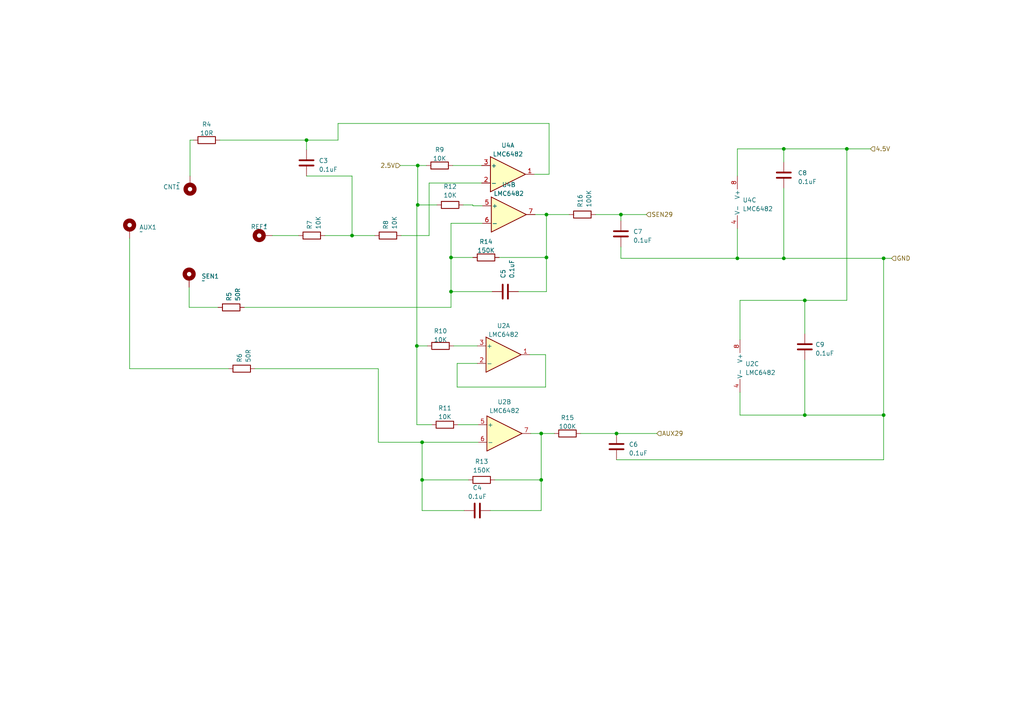
<source format=kicad_sch>
(kicad_sch (version 20230121) (generator eeschema)

  (uuid 19258043-39a1-4d5e-b17a-cc10a1cdbe52)

  (paper "A4")

  (lib_symbols
    (symbol "Amplifier_Operational:LMC6482" (pin_names (offset 0.127)) (in_bom yes) (on_board yes)
      (property "Reference" "U" (at 0 5.08 0)
        (effects (font (size 1.27 1.27)) (justify left))
      )
      (property "Value" "LMC6482" (at 0 -5.08 0)
        (effects (font (size 1.27 1.27)) (justify left))
      )
      (property "Footprint" "" (at 0 0 0)
        (effects (font (size 1.27 1.27)) hide)
      )
      (property "Datasheet" "http://www.ti.com/lit/ds/symlink/lmc6482.pdf" (at 0 0 0)
        (effects (font (size 1.27 1.27)) hide)
      )
      (property "ki_locked" "" (at 0 0 0)
        (effects (font (size 1.27 1.27)))
      )
      (property "ki_keywords" "dual opamp" (at 0 0 0)
        (effects (font (size 1.27 1.27)) hide)
      )
      (property "ki_description" "Dual CMOS Rail-to-Rail Input and Output Operational Amplifier, DIP-8/SOIC-8, SSOP-8" (at 0 0 0)
        (effects (font (size 1.27 1.27)) hide)
      )
      (property "ki_fp_filters" "SOIC*3.9x4.9mm*P1.27mm* DIP*W7.62mm* TO*99* OnSemi*Micro8* TSSOP*3x3mm*P0.65mm* TSSOP*4.4x3mm*P0.65mm* MSOP*3x3mm*P0.65mm* SSOP*3.9x4.9mm*P0.635mm* LFCSP*2x2mm*P0.5mm* *SIP* SOIC*5.3x6.2mm*P1.27mm*" (at 0 0 0)
        (effects (font (size 1.27 1.27)) hide)
      )
      (symbol "LMC6482_1_1"
        (polyline
          (pts
            (xy -5.08 5.08)
            (xy 5.08 0)
            (xy -5.08 -5.08)
            (xy -5.08 5.08)
          )
          (stroke (width 0.254) (type default))
          (fill (type background))
        )
        (pin output line (at 7.62 0 180) (length 2.54)
          (name "~" (effects (font (size 1.27 1.27))))
          (number "1" (effects (font (size 1.27 1.27))))
        )
        (pin input line (at -7.62 -2.54 0) (length 2.54)
          (name "-" (effects (font (size 1.27 1.27))))
          (number "2" (effects (font (size 1.27 1.27))))
        )
        (pin input line (at -7.62 2.54 0) (length 2.54)
          (name "+" (effects (font (size 1.27 1.27))))
          (number "3" (effects (font (size 1.27 1.27))))
        )
      )
      (symbol "LMC6482_2_1"
        (polyline
          (pts
            (xy -5.08 5.08)
            (xy 5.08 0)
            (xy -5.08 -5.08)
            (xy -5.08 5.08)
          )
          (stroke (width 0.254) (type default))
          (fill (type background))
        )
        (pin input line (at -7.62 2.54 0) (length 2.54)
          (name "+" (effects (font (size 1.27 1.27))))
          (number "5" (effects (font (size 1.27 1.27))))
        )
        (pin input line (at -7.62 -2.54 0) (length 2.54)
          (name "-" (effects (font (size 1.27 1.27))))
          (number "6" (effects (font (size 1.27 1.27))))
        )
        (pin output line (at 7.62 0 180) (length 2.54)
          (name "~" (effects (font (size 1.27 1.27))))
          (number "7" (effects (font (size 1.27 1.27))))
        )
      )
      (symbol "LMC6482_3_1"
        (pin power_in line (at -2.54 -7.62 90) (length 3.81)
          (name "V-" (effects (font (size 1.27 1.27))))
          (number "4" (effects (font (size 1.27 1.27))))
        )
        (pin power_in line (at -2.54 7.62 270) (length 3.81)
          (name "V+" (effects (font (size 1.27 1.27))))
          (number "8" (effects (font (size 1.27 1.27))))
        )
      )
    )
    (symbol "Device:C" (pin_numbers hide) (pin_names (offset 0.254)) (in_bom yes) (on_board yes)
      (property "Reference" "C" (at 0.635 2.54 0)
        (effects (font (size 1.27 1.27)) (justify left))
      )
      (property "Value" "C" (at 0.635 -2.54 0)
        (effects (font (size 1.27 1.27)) (justify left))
      )
      (property "Footprint" "" (at 0.9652 -3.81 0)
        (effects (font (size 1.27 1.27)) hide)
      )
      (property "Datasheet" "~" (at 0 0 0)
        (effects (font (size 1.27 1.27)) hide)
      )
      (property "ki_keywords" "cap capacitor" (at 0 0 0)
        (effects (font (size 1.27 1.27)) hide)
      )
      (property "ki_description" "Unpolarized capacitor" (at 0 0 0)
        (effects (font (size 1.27 1.27)) hide)
      )
      (property "ki_fp_filters" "C_*" (at 0 0 0)
        (effects (font (size 1.27 1.27)) hide)
      )
      (symbol "C_0_1"
        (polyline
          (pts
            (xy -2.032 -0.762)
            (xy 2.032 -0.762)
          )
          (stroke (width 0.508) (type default))
          (fill (type none))
        )
        (polyline
          (pts
            (xy -2.032 0.762)
            (xy 2.032 0.762)
          )
          (stroke (width 0.508) (type default))
          (fill (type none))
        )
      )
      (symbol "C_1_1"
        (pin passive line (at 0 3.81 270) (length 2.794)
          (name "~" (effects (font (size 1.27 1.27))))
          (number "1" (effects (font (size 1.27 1.27))))
        )
        (pin passive line (at 0 -3.81 90) (length 2.794)
          (name "~" (effects (font (size 1.27 1.27))))
          (number "2" (effects (font (size 1.27 1.27))))
        )
      )
    )
    (symbol "Device:R" (pin_numbers hide) (pin_names (offset 0)) (in_bom yes) (on_board yes)
      (property "Reference" "R" (at 2.032 0 90)
        (effects (font (size 1.27 1.27)))
      )
      (property "Value" "R" (at 0 0 90)
        (effects (font (size 1.27 1.27)))
      )
      (property "Footprint" "" (at -1.778 0 90)
        (effects (font (size 1.27 1.27)) hide)
      )
      (property "Datasheet" "~" (at 0 0 0)
        (effects (font (size 1.27 1.27)) hide)
      )
      (property "ki_keywords" "R res resistor" (at 0 0 0)
        (effects (font (size 1.27 1.27)) hide)
      )
      (property "ki_description" "Resistor" (at 0 0 0)
        (effects (font (size 1.27 1.27)) hide)
      )
      (property "ki_fp_filters" "R_*" (at 0 0 0)
        (effects (font (size 1.27 1.27)) hide)
      )
      (symbol "R_0_1"
        (rectangle (start -1.016 -2.54) (end 1.016 2.54)
          (stroke (width 0.254) (type default))
          (fill (type none))
        )
      )
      (symbol "R_1_1"
        (pin passive line (at 0 3.81 270) (length 1.27)
          (name "~" (effects (font (size 1.27 1.27))))
          (number "1" (effects (font (size 1.27 1.27))))
        )
        (pin passive line (at 0 -3.81 90) (length 1.27)
          (name "~" (effects (font (size 1.27 1.27))))
          (number "2" (effects (font (size 1.27 1.27))))
        )
      )
    )
    (symbol "Mechanical:MountingHole_Pad" (pin_numbers hide) (pin_names (offset 1.016) hide) (in_bom yes) (on_board yes)
      (property "Reference" "H" (at 0 6.35 0)
        (effects (font (size 1.27 1.27)))
      )
      (property "Value" "MountingHole_Pad" (at 0 4.445 0)
        (effects (font (size 1.27 1.27)))
      )
      (property "Footprint" "" (at 0 0 0)
        (effects (font (size 1.27 1.27)) hide)
      )
      (property "Datasheet" "~" (at 0 0 0)
        (effects (font (size 1.27 1.27)) hide)
      )
      (property "ki_keywords" "mounting hole" (at 0 0 0)
        (effects (font (size 1.27 1.27)) hide)
      )
      (property "ki_description" "Mounting Hole with connection" (at 0 0 0)
        (effects (font (size 1.27 1.27)) hide)
      )
      (property "ki_fp_filters" "MountingHole*Pad*" (at 0 0 0)
        (effects (font (size 1.27 1.27)) hide)
      )
      (symbol "MountingHole_Pad_0_1"
        (circle (center 0 1.27) (radius 1.27)
          (stroke (width 1.27) (type default))
          (fill (type none))
        )
      )
      (symbol "MountingHole_Pad_1_1"
        (pin input line (at 0 -2.54 90) (length 2.54)
          (name "1" (effects (font (size 1.27 1.27))))
          (number "1" (effects (font (size 1.27 1.27))))
        )
      )
    )
  )

  (junction (at 120.904 100.33) (diameter 0) (color 0 0 0 0)
    (uuid 01e67d55-c91b-45e4-bae8-4fb4f9e51155)
  )
  (junction (at 158.496 74.676) (diameter 0) (color 0 0 0 0)
    (uuid 0583addc-3a35-49f3-974e-87a70c4cc773)
  )
  (junction (at 121.158 59.436) (diameter 0) (color 0 0 0 0)
    (uuid 085839fb-63d1-4b0f-b1ea-b5812fbd3f18)
  )
  (junction (at 88.9 40.64) (diameter 0) (color 0 0 0 0)
    (uuid 118ecbac-1c05-4a20-b059-46e105035fa8)
  )
  (junction (at 213.868 74.93) (diameter 0) (color 0 0 0 0)
    (uuid 2364f273-e5b3-4394-a072-b0d6b5354f3d)
  )
  (junction (at 227.33 74.93) (diameter 0) (color 0 0 0 0)
    (uuid 342dc601-0eef-4501-9dbe-ae3541a74ef2)
  )
  (junction (at 102.108 68.326) (diameter 0) (color 0 0 0 0)
    (uuid 3697d7ad-29af-4a3e-8c30-0f90f3c1ca2b)
  )
  (junction (at 158.496 62.23) (diameter 0) (color 0 0 0 0)
    (uuid 3b14dbd1-7de5-4573-bfe6-01de529d8361)
  )
  (junction (at 178.816 125.73) (diameter 0) (color 0 0 0 0)
    (uuid 40d6afd0-f56b-4802-a090-7c8524e42282)
  )
  (junction (at 245.618 43.18) (diameter 0) (color 0 0 0 0)
    (uuid 4cf6a838-ae9c-4835-b827-4961b20a3a96)
  )
  (junction (at 227.33 43.18) (diameter 0) (color 0 0 0 0)
    (uuid 6e5a82c6-6fba-41db-a397-ee176d2e72e3)
  )
  (junction (at 180.086 62.23) (diameter 0) (color 0 0 0 0)
    (uuid 6e907618-0e2c-470e-a837-1e0491dff411)
  )
  (junction (at 122.428 139.192) (diameter 0) (color 0 0 0 0)
    (uuid 71a5e9c2-d43c-4aae-a71e-678cdc3fe466)
  )
  (junction (at 130.81 84.582) (diameter 0) (color 0 0 0 0)
    (uuid 7fe29538-4c92-4cc6-bd35-b7b3ee679029)
  )
  (junction (at 156.972 139.192) (diameter 0) (color 0 0 0 0)
    (uuid 83d3983f-9197-4371-bf7f-b5d2d1b724a3)
  )
  (junction (at 233.426 120.396) (diameter 0) (color 0 0 0 0)
    (uuid 88fe8f16-4e83-4408-b926-3b71294192eb)
  )
  (junction (at 130.81 74.676) (diameter 0) (color 0 0 0 0)
    (uuid 9bac0b2e-b4e0-410a-9295-24092befab71)
  )
  (junction (at 233.426 87.122) (diameter 0) (color 0 0 0 0)
    (uuid a5ce1bc7-3d42-47d1-8b75-31e2d7b9b314)
  )
  (junction (at 256.286 120.396) (diameter 0) (color 0 0 0 0)
    (uuid ae19ccd6-d956-4647-a24f-b2c5b05a239c)
  )
  (junction (at 121.158 48.006) (diameter 0) (color 0 0 0 0)
    (uuid ae4174e6-357e-4053-a9da-2fbb549c6ec1)
  )
  (junction (at 122.428 128.27) (diameter 0) (color 0 0 0 0)
    (uuid cb7632e4-5b1a-499e-bab2-1fb6d71a6825)
  )
  (junction (at 256.286 74.93) (diameter 0) (color 0 0 0 0)
    (uuid d20d75d6-440e-486c-8c00-41c4db8fed81)
  )
  (junction (at 156.972 125.73) (diameter 0) (color 0 0 0 0)
    (uuid f13f9095-7cbd-40c6-b66f-58e768bd9ffa)
  )

  (wire (pts (xy 256.286 133.35) (xy 256.286 120.396))
    (stroke (width 0) (type default))
    (uuid 08459ba6-bf48-4bc8-81fc-b85b9bf4b8c4)
  )
  (wire (pts (xy 120.904 59.436) (xy 121.158 59.436))
    (stroke (width 0) (type default))
    (uuid 085d3cce-78e1-4499-bf9f-452c540fb6d8)
  )
  (wire (pts (xy 245.618 43.18) (xy 227.33 43.18))
    (stroke (width 0) (type default))
    (uuid 0a9d3f36-a859-410d-9887-c558b9c0aae0)
  )
  (wire (pts (xy 132.842 123.19) (xy 138.684 123.19))
    (stroke (width 0) (type default))
    (uuid 0b915ef1-2019-4100-a3a4-0f1a86b058e3)
  )
  (wire (pts (xy 130.81 84.582) (xy 130.81 89.154))
    (stroke (width 0) (type default))
    (uuid 0ca31e09-5e25-4871-aca7-21790447a44d)
  )
  (wire (pts (xy 134.366 59.436) (xy 137.16 59.436))
    (stroke (width 0) (type default))
    (uuid 0d104d94-9134-4b19-8f8a-7f2def84d66c)
  )
  (wire (pts (xy 233.426 96.774) (xy 233.426 87.122))
    (stroke (width 0) (type default))
    (uuid 0d6f6fc9-7355-4216-8209-c5f36f1ec60c)
  )
  (wire (pts (xy 180.086 74.93) (xy 213.868 74.93))
    (stroke (width 0) (type default))
    (uuid 0ee0f4da-dab5-4350-8c80-61d2e1af0ee8)
  )
  (wire (pts (xy 158.496 62.23) (xy 158.496 74.676))
    (stroke (width 0) (type default))
    (uuid 12ac6d29-3c76-465b-9ebd-fa4992981cd2)
  )
  (wire (pts (xy 256.286 120.396) (xy 256.286 74.93))
    (stroke (width 0) (type default))
    (uuid 13277ac7-f88e-421d-b543-da899cff4661)
  )
  (wire (pts (xy 143.51 139.192) (xy 156.972 139.192))
    (stroke (width 0) (type default))
    (uuid 171e1a24-1bec-4dab-aec4-bc25d7d1971a)
  )
  (wire (pts (xy 158.496 84.582) (xy 158.496 74.676))
    (stroke (width 0) (type default))
    (uuid 181558c8-effc-4d39-a3f3-2053e6b11a20)
  )
  (wire (pts (xy 109.728 106.934) (xy 109.728 128.27))
    (stroke (width 0) (type default))
    (uuid 183383f7-2401-4d8a-b9c5-ad4913e04bca)
  )
  (wire (pts (xy 37.592 69.088) (xy 37.592 106.934))
    (stroke (width 0) (type default))
    (uuid 1caa6358-0814-4416-ba5e-de6c2d380a44)
  )
  (wire (pts (xy 144.78 74.676) (xy 158.496 74.676))
    (stroke (width 0) (type default))
    (uuid 1d25e7de-83f1-4370-915e-38c0b4836bf3)
  )
  (wire (pts (xy 70.866 89.154) (xy 130.81 89.154))
    (stroke (width 0) (type default))
    (uuid 1fa0625d-82d5-412f-b34c-41cfd67736c6)
  )
  (wire (pts (xy 63.754 40.64) (xy 88.9 40.64))
    (stroke (width 0) (type default))
    (uuid 1fa234fb-a26a-424e-aebf-87d12820339a)
  )
  (wire (pts (xy 213.868 43.18) (xy 213.868 51.054))
    (stroke (width 0) (type default))
    (uuid 2a8607d3-7b45-4e23-8230-d62803b30da4)
  )
  (wire (pts (xy 137.16 59.436) (xy 137.16 59.69))
    (stroke (width 0) (type default))
    (uuid 2d119c41-41fd-43dc-a973-b0829324b24e)
  )
  (wire (pts (xy 120.904 123.19) (xy 120.904 100.33))
    (stroke (width 0) (type default))
    (uuid 2daec87e-3134-4e6f-b9a8-604bd8fe972c)
  )
  (wire (pts (xy 88.9 40.64) (xy 88.9 43.434))
    (stroke (width 0) (type default))
    (uuid 3276c20a-cf54-4f90-b2df-ebdd07badb65)
  )
  (wire (pts (xy 190.5 125.73) (xy 178.816 125.73))
    (stroke (width 0) (type default))
    (uuid 34dca4eb-4e5c-4c24-ba21-2a57436f24a4)
  )
  (wire (pts (xy 172.72 62.23) (xy 180.086 62.23))
    (stroke (width 0) (type default))
    (uuid 370edce7-ae68-4032-8661-573b6026e480)
  )
  (wire (pts (xy 125.222 123.19) (xy 120.904 123.19))
    (stroke (width 0) (type default))
    (uuid 3b2286ca-2134-4b6d-9911-f84302091034)
  )
  (wire (pts (xy 180.086 71.628) (xy 180.086 74.93))
    (stroke (width 0) (type default))
    (uuid 3c4f1f0b-7a2c-492f-8100-8c3abbd5d1fa)
  )
  (wire (pts (xy 213.868 74.93) (xy 213.868 66.294))
    (stroke (width 0) (type default))
    (uuid 3caf3a50-a62a-46e8-878c-65b60c5c02f8)
  )
  (wire (pts (xy 55.118 40.64) (xy 55.118 51.054))
    (stroke (width 0) (type default))
    (uuid 3dc1c960-5ae9-44bb-b30f-98fcef4a566d)
  )
  (wire (pts (xy 116.078 48.006) (xy 121.158 48.006))
    (stroke (width 0) (type default))
    (uuid 40360828-c2ea-4dbd-af53-25eb1291526e)
  )
  (wire (pts (xy 168.402 125.73) (xy 178.816 125.73))
    (stroke (width 0) (type default))
    (uuid 43f571e5-91c1-4425-86b0-afe37d95986c)
  )
  (wire (pts (xy 54.864 83.312) (xy 54.864 89.154))
    (stroke (width 0) (type default))
    (uuid 444596de-c3d1-4504-8d0f-17c3cfe39095)
  )
  (wire (pts (xy 158.496 62.23) (xy 155.194 62.23))
    (stroke (width 0) (type default))
    (uuid 4455d8fe-8cae-4108-81f4-2f45ff69d780)
  )
  (wire (pts (xy 122.428 128.27) (xy 138.684 128.27))
    (stroke (width 0) (type default))
    (uuid 450d42f5-cf13-4d84-b43c-23f0eafc4568)
  )
  (wire (pts (xy 137.16 59.69) (xy 139.954 59.69))
    (stroke (width 0) (type default))
    (uuid 4b744e60-b5eb-436a-942e-c49dbc28b71a)
  )
  (wire (pts (xy 153.924 125.73) (xy 156.972 125.73))
    (stroke (width 0) (type default))
    (uuid 4c10e2c7-e66d-40fd-ba43-3e2bc6cd426b)
  )
  (wire (pts (xy 130.81 64.77) (xy 130.81 74.676))
    (stroke (width 0) (type default))
    (uuid 4cd76dc9-3925-4fce-8bad-d3bd3e207791)
  )
  (wire (pts (xy 132.588 112.268) (xy 132.588 105.41))
    (stroke (width 0) (type default))
    (uuid 503d5972-d81f-4943-a3f1-1db88eb0bff1)
  )
  (wire (pts (xy 159.258 35.814) (xy 98.044 35.814))
    (stroke (width 0) (type default))
    (uuid 505047cf-fe55-40f3-9a52-c0c2fd9d2aa9)
  )
  (wire (pts (xy 214.63 120.396) (xy 233.426 120.396))
    (stroke (width 0) (type default))
    (uuid 50c576d3-f227-41b8-af16-92907c04562d)
  )
  (wire (pts (xy 142.24 148.082) (xy 156.972 148.082))
    (stroke (width 0) (type default))
    (uuid 51e4e068-d8b9-4e10-8bfb-079db5c362f8)
  )
  (wire (pts (xy 165.1 62.23) (xy 158.496 62.23))
    (stroke (width 0) (type default))
    (uuid 552c85f1-d9ba-46b9-994d-a7b3b8cd50aa)
  )
  (wire (pts (xy 130.81 84.582) (xy 142.748 84.582))
    (stroke (width 0) (type default))
    (uuid 55cec210-f01a-4a47-8902-79a1572c9f09)
  )
  (wire (pts (xy 150.368 84.582) (xy 158.496 84.582))
    (stroke (width 0) (type default))
    (uuid 59fde211-f141-4708-865b-c0ff156726b1)
  )
  (wire (pts (xy 252.476 43.18) (xy 245.618 43.18))
    (stroke (width 0) (type default))
    (uuid 5d731436-394d-49fc-ab35-63ac4d9acb78)
  )
  (wire (pts (xy 156.972 139.192) (xy 156.972 125.73))
    (stroke (width 0) (type default))
    (uuid 6117540c-e33d-4e94-b321-69ef79d51865)
  )
  (wire (pts (xy 102.108 68.326) (xy 108.712 68.326))
    (stroke (width 0) (type default))
    (uuid 6351facf-eafd-4904-beed-a0adbeb4889a)
  )
  (wire (pts (xy 131.318 48.006) (xy 139.7 48.006))
    (stroke (width 0) (type default))
    (uuid 67526b44-d733-4a1c-90fe-1e8431801ef3)
  )
  (wire (pts (xy 256.286 74.93) (xy 258.572 74.93))
    (stroke (width 0) (type default))
    (uuid 6ac7bcc8-2524-46ac-98da-dbb9a3293ebc)
  )
  (wire (pts (xy 158.242 102.87) (xy 158.242 112.268))
    (stroke (width 0) (type default))
    (uuid 6b82323d-1082-44df-9a58-2e48d69c952a)
  )
  (wire (pts (xy 158.242 112.268) (xy 132.588 112.268))
    (stroke (width 0) (type default))
    (uuid 6c1b9c94-595c-470b-abfc-205a8356ebd8)
  )
  (wire (pts (xy 156.972 148.082) (xy 156.972 139.192))
    (stroke (width 0) (type default))
    (uuid 6e193d65-643b-46d8-a86d-94624d17aa74)
  )
  (wire (pts (xy 98.044 40.64) (xy 88.9 40.64))
    (stroke (width 0) (type default))
    (uuid 6fbd373a-0eeb-463a-b389-bc22af28efb6)
  )
  (wire (pts (xy 134.62 148.082) (xy 122.428 148.082))
    (stroke (width 0) (type default))
    (uuid 71a265d0-8bac-4288-8652-81a467a14a7a)
  )
  (wire (pts (xy 187.452 62.23) (xy 180.086 62.23))
    (stroke (width 0) (type default))
    (uuid 71d902d3-eb84-4053-b28b-c3934b699ffe)
  )
  (wire (pts (xy 233.426 120.396) (xy 256.286 120.396))
    (stroke (width 0) (type default))
    (uuid 72fd7a67-b6c1-4746-838c-0faa106042e9)
  )
  (wire (pts (xy 126.746 59.436) (xy 121.158 59.436))
    (stroke (width 0) (type default))
    (uuid 74d71a9a-3161-48d8-844d-890979e016ce)
  )
  (wire (pts (xy 88.9 51.054) (xy 102.108 51.054))
    (stroke (width 0) (type default))
    (uuid 7554cbea-f08f-4dcb-bb14-3b36bfd5b4e4)
  )
  (wire (pts (xy 214.63 113.792) (xy 214.63 120.396))
    (stroke (width 0) (type default))
    (uuid 77a71061-8c63-40c1-bca2-d6c07e1c5da9)
  )
  (wire (pts (xy 227.33 54.61) (xy 227.33 74.93))
    (stroke (width 0) (type default))
    (uuid 80dad1b5-9a68-415a-baa4-c03f680f6903)
  )
  (wire (pts (xy 73.914 106.934) (xy 109.728 106.934))
    (stroke (width 0) (type default))
    (uuid 85f04d79-c5aa-4b85-853f-8eea0ef71c02)
  )
  (wire (pts (xy 121.158 59.436) (xy 121.158 48.006))
    (stroke (width 0) (type default))
    (uuid 8640ba9f-0c73-4533-8132-f61396fe00b8)
  )
  (wire (pts (xy 159.258 50.546) (xy 159.258 35.814))
    (stroke (width 0) (type default))
    (uuid 86b82327-5ae2-49df-a725-4f1fad854b80)
  )
  (wire (pts (xy 156.972 125.73) (xy 160.782 125.73))
    (stroke (width 0) (type default))
    (uuid 8d0dec4c-15d6-453e-bf38-78ffcddd4fa5)
  )
  (wire (pts (xy 135.89 139.192) (xy 122.428 139.192))
    (stroke (width 0) (type default))
    (uuid 8db3f7b2-a1e3-4f4d-9bfb-d6f55a77de90)
  )
  (wire (pts (xy 124.46 53.086) (xy 124.46 68.326))
    (stroke (width 0) (type default))
    (uuid 901cbc4c-8c6c-49ae-ab37-2f4874926a52)
  )
  (wire (pts (xy 233.426 104.394) (xy 233.426 120.396))
    (stroke (width 0) (type default))
    (uuid 9227974a-87c9-4590-ab2b-49d28f73d0d0)
  )
  (wire (pts (xy 233.426 87.122) (xy 245.618 87.122))
    (stroke (width 0) (type default))
    (uuid 9ccd0ae8-1ab8-4309-bb95-458c559daf58)
  )
  (wire (pts (xy 130.81 74.676) (xy 130.81 84.582))
    (stroke (width 0) (type default))
    (uuid 9e1189be-1422-4117-93b3-17437b4cef27)
  )
  (wire (pts (xy 123.952 100.33) (xy 120.904 100.33))
    (stroke (width 0) (type default))
    (uuid a09474a7-6b7b-483f-a749-497b5541271f)
  )
  (wire (pts (xy 214.63 87.122) (xy 233.426 87.122))
    (stroke (width 0) (type default))
    (uuid a0de62ba-f32f-4b18-bb62-9734c591c2da)
  )
  (wire (pts (xy 153.67 102.87) (xy 158.242 102.87))
    (stroke (width 0) (type default))
    (uuid a39aa0bb-a306-4b7e-8a20-8aa84da9e7f2)
  )
  (wire (pts (xy 120.904 59.436) (xy 120.904 100.33))
    (stroke (width 0) (type default))
    (uuid a5f3fa14-d700-43a5-85e6-3452b5e6d80f)
  )
  (wire (pts (xy 98.044 35.814) (xy 98.044 40.64))
    (stroke (width 0) (type default))
    (uuid a64a7444-bb98-45f9-af12-23e20edcdbff)
  )
  (wire (pts (xy 94.234 68.326) (xy 102.108 68.326))
    (stroke (width 0) (type default))
    (uuid ab0aca98-533a-44fa-9a80-ec594cdd1626)
  )
  (wire (pts (xy 37.592 106.934) (xy 66.294 106.934))
    (stroke (width 0) (type default))
    (uuid adcfe268-c2ca-4979-bbeb-c56bd2965cf7)
  )
  (wire (pts (xy 227.33 43.18) (xy 227.33 46.99))
    (stroke (width 0) (type default))
    (uuid afdbfdad-e896-405a-9c3f-5fd11dc0f43a)
  )
  (wire (pts (xy 137.16 74.676) (xy 130.81 74.676))
    (stroke (width 0) (type default))
    (uuid b134f806-c069-4aa4-bad9-d9cab0c05bd0)
  )
  (wire (pts (xy 124.46 68.326) (xy 116.332 68.326))
    (stroke (width 0) (type default))
    (uuid b77847d5-5e99-476a-9ba6-4b4f08962aa8)
  )
  (wire (pts (xy 54.864 89.154) (xy 63.246 89.154))
    (stroke (width 0) (type default))
    (uuid b8f28bd0-80b1-4b09-bda3-0b4b3dde527a)
  )
  (wire (pts (xy 130.81 64.77) (xy 139.954 64.77))
    (stroke (width 0) (type default))
    (uuid bbd304c5-9ab8-4d87-8d88-2059b84cc56f)
  )
  (wire (pts (xy 55.118 40.64) (xy 56.134 40.64))
    (stroke (width 0) (type default))
    (uuid bced4cd4-9525-44f0-a22a-bd312cf0a2e4)
  )
  (wire (pts (xy 131.572 100.33) (xy 138.43 100.33))
    (stroke (width 0) (type default))
    (uuid c6e6d9c4-0f8e-47d5-a4cf-18b2e05c1b89)
  )
  (wire (pts (xy 227.33 74.93) (xy 256.286 74.93))
    (stroke (width 0) (type default))
    (uuid c787881a-9691-4a02-9a37-3e74cdc3ad83)
  )
  (wire (pts (xy 122.428 148.082) (xy 122.428 139.192))
    (stroke (width 0) (type default))
    (uuid d527e692-f2f8-4fe5-ac37-913d069e8e71)
  )
  (wire (pts (xy 132.588 105.41) (xy 138.43 105.41))
    (stroke (width 0) (type default))
    (uuid d56679e3-ed57-44eb-9ccc-1f3f2e850ce8)
  )
  (wire (pts (xy 178.816 133.35) (xy 256.286 133.35))
    (stroke (width 0) (type default))
    (uuid d680c12e-52ce-4c10-9b6c-22cc403b5795)
  )
  (wire (pts (xy 122.428 139.192) (xy 122.428 128.27))
    (stroke (width 0) (type default))
    (uuid db1331d3-2f0e-4332-877c-e1c35013ac81)
  )
  (wire (pts (xy 245.618 43.18) (xy 245.618 87.122))
    (stroke (width 0) (type default))
    (uuid dd880820-cc32-460f-a9a0-4de861c59650)
  )
  (wire (pts (xy 154.94 50.546) (xy 159.258 50.546))
    (stroke (width 0) (type default))
    (uuid e23d885e-a79f-4682-b41a-27c49dbd809a)
  )
  (wire (pts (xy 121.158 48.006) (xy 123.698 48.006))
    (stroke (width 0) (type default))
    (uuid e23f8617-60f7-4d8c-8203-2e9d7520269f)
  )
  (wire (pts (xy 102.108 51.054) (xy 102.108 68.326))
    (stroke (width 0) (type default))
    (uuid e3d28221-881b-4bb3-b6c1-7cde867027f8)
  )
  (wire (pts (xy 139.7 53.086) (xy 124.46 53.086))
    (stroke (width 0) (type default))
    (uuid e78d37be-fae6-42e8-859e-41a41052166e)
  )
  (wire (pts (xy 78.994 68.326) (xy 86.614 68.326))
    (stroke (width 0) (type default))
    (uuid ea956113-bdca-4d42-96b0-9b39752220a5)
  )
  (wire (pts (xy 180.086 62.23) (xy 180.086 64.008))
    (stroke (width 0) (type default))
    (uuid ee06e938-f16e-4dfe-85b0-09ae45c5fccb)
  )
  (wire (pts (xy 214.63 98.552) (xy 214.63 87.122))
    (stroke (width 0) (type default))
    (uuid f1e150b1-324b-40fd-93e4-01b0c81e49f3)
  )
  (wire (pts (xy 109.728 128.27) (xy 122.428 128.27))
    (stroke (width 0) (type default))
    (uuid f406db85-bc47-4e52-859a-3455fae166c8)
  )
  (wire (pts (xy 227.33 43.18) (xy 213.868 43.18))
    (stroke (width 0) (type default))
    (uuid f4b089fd-76aa-4958-b226-21e9c3495478)
  )
  (wire (pts (xy 213.868 74.93) (xy 227.33 74.93))
    (stroke (width 0) (type default))
    (uuid fa883713-8057-4009-9491-357d2d50ba54)
  )

  (hierarchical_label "GND" (shape input) (at 258.572 74.93 0) (fields_autoplaced)
    (effects (font (size 1.27 1.27)) (justify left))
    (uuid 0e31c3f0-e441-4b62-994a-72b227cc01f6)
  )
  (hierarchical_label "SEN29" (shape input) (at 187.452 62.23 0) (fields_autoplaced)
    (effects (font (size 1.27 1.27)) (justify left))
    (uuid 3b9333b4-15f1-42c4-a678-a769902b1928)
  )
  (hierarchical_label "4.5V" (shape input) (at 252.476 43.18 0) (fields_autoplaced)
    (effects (font (size 1.27 1.27)) (justify left))
    (uuid 7abf5f7f-8418-421d-bdef-16e08fa337ec)
  )
  (hierarchical_label "AUX29" (shape input) (at 190.5 125.73 0) (fields_autoplaced)
    (effects (font (size 1.27 1.27)) (justify left))
    (uuid ed77d589-5741-4a14-b844-c9835e1adfeb)
  )
  (hierarchical_label "2.5V" (shape input) (at 116.078 48.006 180) (fields_autoplaced)
    (effects (font (size 1.27 1.27)) (justify right))
    (uuid fa56683c-27f9-43ae-8373-10bbd937b30a)
  )

  (symbol (lib_id "Amplifier_Operational:LMC6482") (at 146.304 125.73 0) (unit 2)
    (in_bom yes) (on_board yes) (dnp no) (fields_autoplaced)
    (uuid 0e4a9824-6083-4ae3-906c-21b4774839e9)
    (property "Reference" "U2" (at 146.304 116.586 0)
      (effects (font (size 1.27 1.27)))
    )
    (property "Value" "LMC6482" (at 146.304 119.126 0)
      (effects (font (size 1.27 1.27)))
    )
    (property "Footprint" "Package_SO:SOIC-8_3.9x4.9mm_P1.27mm" (at 146.304 125.73 0)
      (effects (font (size 1.27 1.27)) hide)
    )
    (property "Datasheet" "http://www.ti.com/lit/ds/symlink/lmc6482.pdf" (at 146.304 125.73 0)
      (effects (font (size 1.27 1.27)) hide)
    )
    (pin "1" (uuid 11ada3ae-6758-4a42-8bec-b9b6f4c75a1a))
    (pin "2" (uuid cecfcab1-7354-4c19-8bdd-bc6aac22549b))
    (pin "3" (uuid b8b5c5a6-18f5-4b93-b974-cec779252067))
    (pin "5" (uuid 984b097f-7d90-4b59-bba6-a5ec3dfa3566))
    (pin "6" (uuid 656b54f2-f310-4cf4-a44f-f0d46d2f994a))
    (pin "7" (uuid 5b252000-1a38-4039-afc1-1f45ef373e39))
    (pin "4" (uuid 5d862dc6-a441-46c7-938b-75ac613c0f4f))
    (pin "8" (uuid 6e4c091b-4f0e-43a5-ac02-ecaec090156f))
    (instances
      (project "Air quality project"
        (path "/67b6672b-0c15-41a5-a844-17aa721018b8/e2c83066-cae4-4a4f-a05c-59cf4d457446"
          (reference "U2") (unit 2)
        )
        (path "/67b6672b-0c15-41a5-a844-17aa721018b8/be65ffb6-5f15-4847-ab99-a8924076e9fe"
          (reference "U8") (unit 2)
        )
        (path "/67b6672b-0c15-41a5-a844-17aa721018b8/be0921a4-8395-4b09-9f5d-2138c17a555c"
          (reference "U55") (unit 2)
        )
      )
    )
  )

  (symbol (lib_id "Amplifier_Operational:LMC6482") (at 146.05 102.87 0) (unit 1)
    (in_bom yes) (on_board yes) (dnp no)
    (uuid 256ec1f0-54e6-4cad-b38f-c2d8497ac411)
    (property "Reference" "U2" (at 146.05 94.488 0)
      (effects (font (size 1.27 1.27)))
    )
    (property "Value" "LMC6482" (at 146.05 97.028 0)
      (effects (font (size 1.27 1.27)))
    )
    (property "Footprint" "Package_SO:SOIC-8_3.9x4.9mm_P1.27mm" (at 146.05 102.87 0)
      (effects (font (size 1.27 1.27)) hide)
    )
    (property "Datasheet" "http://www.ti.com/lit/ds/symlink/lmc6482.pdf" (at 146.05 102.87 0)
      (effects (font (size 1.27 1.27)) hide)
    )
    (pin "1" (uuid 1d7021de-13c6-483c-9595-7874f16539e4))
    (pin "2" (uuid a226c137-f760-4094-b09c-504f15f9dfd3))
    (pin "3" (uuid d776cdd4-1d2f-466e-bf0a-be41051094e5))
    (pin "5" (uuid dbf6e14b-09ff-4cc6-88a0-9ada57742af2))
    (pin "6" (uuid a9d3e155-a0a5-48b8-ad01-270b6effe986))
    (pin "7" (uuid 2e38fee3-7d8c-47f0-a6b9-2671227758c9))
    (pin "4" (uuid bdd0d834-8db6-499c-a508-90c2f596f30f))
    (pin "8" (uuid 0ce173b8-05bf-4229-84be-a731b2d379af))
    (instances
      (project "Air quality project"
        (path "/67b6672b-0c15-41a5-a844-17aa721018b8/e2c83066-cae4-4a4f-a05c-59cf4d457446"
          (reference "U2") (unit 1)
        )
        (path "/67b6672b-0c15-41a5-a844-17aa721018b8/be65ffb6-5f15-4847-ab99-a8924076e9fe"
          (reference "U8") (unit 1)
        )
        (path "/67b6672b-0c15-41a5-a844-17aa721018b8/be0921a4-8395-4b09-9f5d-2138c17a555c"
          (reference "U55") (unit 1)
        )
      )
    )
  )

  (symbol (lib_id "Device:R") (at 67.056 89.154 90) (unit 1)
    (in_bom yes) (on_board yes) (dnp no)
    (uuid 3521d5bf-c144-42fa-b7e3-0b85cc6cf33c)
    (property "Reference" "R5" (at 66.421 87.376 0)
      (effects (font (size 1.27 1.27)) (justify left))
    )
    (property "Value" "50R" (at 68.961 87.376 0)
      (effects (font (size 1.27 1.27)) (justify left))
    )
    (property "Footprint" "Resistor_SMD:R_0402_1005Metric" (at 67.056 90.932 90)
      (effects (font (size 1.27 1.27)) hide)
    )
    (property "Datasheet" "~" (at 67.056 89.154 0)
      (effects (font (size 1.27 1.27)) hide)
    )
    (pin "1" (uuid ae0a1436-ace0-411b-ba76-df778eb91a52))
    (pin "2" (uuid f806c3b4-ebc0-4c2d-b190-e69e3e8161fc))
    (instances
      (project "Air quality project"
        (path "/67b6672b-0c15-41a5-a844-17aa721018b8/e2c83066-cae4-4a4f-a05c-59cf4d457446"
          (reference "R5") (unit 1)
        )
        (path "/67b6672b-0c15-41a5-a844-17aa721018b8/be65ffb6-5f15-4847-ab99-a8924076e9fe"
          (reference "R24") (unit 1)
        )
        (path "/67b6672b-0c15-41a5-a844-17aa721018b8/be0921a4-8395-4b09-9f5d-2138c17a555c"
          (reference "R343") (unit 1)
        )
      )
    )
  )

  (symbol (lib_id "Device:R") (at 70.104 106.934 90) (unit 1)
    (in_bom yes) (on_board yes) (dnp no)
    (uuid 3822827d-8adf-471f-a381-bbd80214d8eb)
    (property "Reference" "R6" (at 69.469 105.156 0)
      (effects (font (size 1.27 1.27)) (justify left))
    )
    (property "Value" "50R" (at 72.009 105.156 0)
      (effects (font (size 1.27 1.27)) (justify left))
    )
    (property "Footprint" "Resistor_SMD:R_0402_1005Metric" (at 70.104 108.712 90)
      (effects (font (size 1.27 1.27)) hide)
    )
    (property "Datasheet" "~" (at 70.104 106.934 0)
      (effects (font (size 1.27 1.27)) hide)
    )
    (pin "1" (uuid 7fef3149-6e76-4264-a8f2-c8f6b28bb060))
    (pin "2" (uuid 8490a25a-ab0d-482b-a937-4ae55f42825a))
    (instances
      (project "Air quality project"
        (path "/67b6672b-0c15-41a5-a844-17aa721018b8/e2c83066-cae4-4a4f-a05c-59cf4d457446"
          (reference "R6") (unit 1)
        )
        (path "/67b6672b-0c15-41a5-a844-17aa721018b8/be65ffb6-5f15-4847-ab99-a8924076e9fe"
          (reference "R29") (unit 1)
        )
        (path "/67b6672b-0c15-41a5-a844-17aa721018b8/be0921a4-8395-4b09-9f5d-2138c17a555c"
          (reference "R344") (unit 1)
        )
      )
    )
  )

  (symbol (lib_id "Amplifier_Operational:LMC6482") (at 147.32 50.546 0) (unit 1)
    (in_bom yes) (on_board yes) (dnp no) (fields_autoplaced)
    (uuid 519540b4-abb4-4445-b621-7dfa52f914ce)
    (property "Reference" "U4" (at 147.32 42.164 0)
      (effects (font (size 1.27 1.27)))
    )
    (property "Value" "LMC6482" (at 147.32 44.704 0)
      (effects (font (size 1.27 1.27)))
    )
    (property "Footprint" "Package_SO:SOIC-8_3.9x4.9mm_P1.27mm" (at 147.32 50.546 0)
      (effects (font (size 1.27 1.27)) hide)
    )
    (property "Datasheet" "http://www.ti.com/lit/ds/symlink/lmc6482.pdf" (at 147.32 50.546 0)
      (effects (font (size 1.27 1.27)) hide)
    )
    (pin "1" (uuid fc3aa0d2-683b-4cb2-801a-3e22e439580b))
    (pin "2" (uuid d30f90bd-29e3-4fe7-aece-3348e0528128))
    (pin "3" (uuid 8689d61a-a0bb-4cb8-9bce-898745c6e248))
    (pin "5" (uuid 7e217bec-f5f9-4503-96e2-e0cff25dde3f))
    (pin "6" (uuid ed4ead67-62ba-4dc4-86a0-f436eefe99dd))
    (pin "7" (uuid ef455054-ceb9-4486-86bb-c10142a92b1a))
    (pin "4" (uuid 0efdc872-5caf-4241-9340-e8ec1bb01b5b))
    (pin "8" (uuid 7d3e3f09-3aff-4bd7-8548-a79c845e659b))
    (instances
      (project "Air quality project"
        (path "/67b6672b-0c15-41a5-a844-17aa721018b8/e2c83066-cae4-4a4f-a05c-59cf4d457446"
          (reference "U4") (unit 1)
        )
        (path "/67b6672b-0c15-41a5-a844-17aa721018b8/be65ffb6-5f15-4847-ab99-a8924076e9fe"
          (reference "U13") (unit 1)
        )
        (path "/67b6672b-0c15-41a5-a844-17aa721018b8/be0921a4-8395-4b09-9f5d-2138c17a555c"
          (reference "U56") (unit 1)
        )
      )
    )
  )

  (symbol (lib_id "Device:C") (at 138.43 148.082 90) (unit 1)
    (in_bom yes) (on_board yes) (dnp no) (fields_autoplaced)
    (uuid 53bcdf1f-0906-4525-ae2f-09fbc7dbaedd)
    (property "Reference" "C4" (at 138.43 141.478 90)
      (effects (font (size 1.27 1.27)))
    )
    (property "Value" "0.1uF" (at 138.43 144.018 90)
      (effects (font (size 1.27 1.27)))
    )
    (property "Footprint" "Capacitor_SMD:C_0402_1005Metric" (at 142.24 147.1168 0)
      (effects (font (size 1.27 1.27)) hide)
    )
    (property "Datasheet" "~" (at 138.43 148.082 0)
      (effects (font (size 1.27 1.27)) hide)
    )
    (pin "1" (uuid db6adf60-bedc-4d6c-ada8-7c4dabd70cf6))
    (pin "2" (uuid e6ef16da-ba9c-4824-b5f0-58103e450d79))
    (instances
      (project "Air quality project"
        (path "/67b6672b-0c15-41a5-a844-17aa721018b8/e2c83066-cae4-4a4f-a05c-59cf4d457446"
          (reference "C4") (unit 1)
        )
        (path "/67b6672b-0c15-41a5-a844-17aa721018b8/be65ffb6-5f15-4847-ab99-a8924076e9fe"
          (reference "C34") (unit 1)
        )
        (path "/67b6672b-0c15-41a5-a844-17aa721018b8/be0921a4-8395-4b09-9f5d-2138c17a555c"
          (reference "C186") (unit 1)
        )
      )
    )
  )

  (symbol (lib_id "Device:C") (at 146.558 84.582 90) (unit 1)
    (in_bom yes) (on_board yes) (dnp no)
    (uuid 5a5483c2-b733-474b-a055-dd949d98fbf3)
    (property "Reference" "C5" (at 145.923 80.772 0)
      (effects (font (size 1.27 1.27)) (justify left))
    )
    (property "Value" "0.1uF" (at 148.463 80.772 0)
      (effects (font (size 1.27 1.27)) (justify left))
    )
    (property "Footprint" "Capacitor_SMD:C_0402_1005Metric" (at 150.368 83.6168 0)
      (effects (font (size 1.27 1.27)) hide)
    )
    (property "Datasheet" "~" (at 146.558 84.582 0)
      (effects (font (size 1.27 1.27)) hide)
    )
    (pin "1" (uuid bebe5131-4243-4f8a-ace3-cf406fe33495))
    (pin "2" (uuid be8bd550-70f7-4ef3-9ee9-1703980d7d6b))
    (instances
      (project "Air quality project"
        (path "/67b6672b-0c15-41a5-a844-17aa721018b8/e2c83066-cae4-4a4f-a05c-59cf4d457446"
          (reference "C5") (unit 1)
        )
        (path "/67b6672b-0c15-41a5-a844-17aa721018b8/be65ffb6-5f15-4847-ab99-a8924076e9fe"
          (reference "C35") (unit 1)
        )
        (path "/67b6672b-0c15-41a5-a844-17aa721018b8/be0921a4-8395-4b09-9f5d-2138c17a555c"
          (reference "C187") (unit 1)
        )
      )
    )
  )

  (symbol (lib_id "Mechanical:MountingHole_Pad") (at 76.454 68.326 90) (unit 1)
    (in_bom yes) (on_board yes) (dnp no) (fields_autoplaced)
    (uuid 603609aa-d652-4e8a-94c1-80b311dcd59a)
    (property "Reference" "REF1" (at 75.184 65.786 90)
      (effects (font (size 1.27 1.27)))
    )
    (property "Value" "~" (at 77.089 65.786 0)
      (effects (font (size 1.27 1.27)) (justify left))
    )
    (property "Footprint" "MountingHole:MountingHole_2.7mm_Pad" (at 76.454 68.326 0)
      (effects (font (size 1.27 1.27)) hide)
    )
    (property "Datasheet" "~" (at 76.454 68.326 0)
      (effects (font (size 1.27 1.27)) hide)
    )
    (pin "1" (uuid cb073087-0940-4db0-9d86-e37b52a2d686))
    (instances
      (project "Air quality project"
        (path "/67b6672b-0c15-41a5-a844-17aa721018b8/e2c83066-cae4-4a4f-a05c-59cf4d457446"
          (reference "REF1") (unit 1)
        )
        (path "/67b6672b-0c15-41a5-a844-17aa721018b8/be65ffb6-5f15-4847-ab99-a8924076e9fe"
          (reference "REF2") (unit 1)
        )
        (path "/67b6672b-0c15-41a5-a844-17aa721018b8/be0921a4-8395-4b09-9f5d-2138c17a555c"
          (reference "REF29") (unit 1)
        )
      )
    )
  )

  (symbol (lib_id "Device:R") (at 129.032 123.19 90) (unit 1)
    (in_bom yes) (on_board yes) (dnp no) (fields_autoplaced)
    (uuid 67a521a4-b5c1-4b88-bc81-903f4215855b)
    (property "Reference" "R11" (at 129.032 118.364 90)
      (effects (font (size 1.27 1.27)))
    )
    (property "Value" "10K" (at 129.032 120.904 90)
      (effects (font (size 1.27 1.27)))
    )
    (property "Footprint" "Resistor_SMD:R_0402_1005Metric" (at 129.032 124.968 90)
      (effects (font (size 1.27 1.27)) hide)
    )
    (property "Datasheet" "~" (at 129.032 123.19 0)
      (effects (font (size 1.27 1.27)) hide)
    )
    (pin "1" (uuid 2a864848-4c58-4b75-87a0-5fa7277a4e6e))
    (pin "2" (uuid 02031758-c6df-4985-9dd8-faf3ec64055b))
    (instances
      (project "Air quality project"
        (path "/67b6672b-0c15-41a5-a844-17aa721018b8/e2c83066-cae4-4a4f-a05c-59cf4d457446"
          (reference "R11") (unit 1)
        )
        (path "/67b6672b-0c15-41a5-a844-17aa721018b8/be65ffb6-5f15-4847-ab99-a8924076e9fe"
          (reference "R54") (unit 1)
        )
        (path "/67b6672b-0c15-41a5-a844-17aa721018b8/be0921a4-8395-4b09-9f5d-2138c17a555c"
          (reference "R349") (unit 1)
        )
      )
    )
  )

  (symbol (lib_id "Device:R") (at 90.424 68.326 90) (unit 1)
    (in_bom yes) (on_board yes) (dnp no)
    (uuid 6af5aa3c-e732-483b-a982-0ce12c9cf422)
    (property "Reference" "R7" (at 89.789 66.548 0)
      (effects (font (size 1.27 1.27)) (justify left))
    )
    (property "Value" "10K" (at 92.329 66.548 0)
      (effects (font (size 1.27 1.27)) (justify left))
    )
    (property "Footprint" "Resistor_SMD:R_0402_1005Metric" (at 90.424 70.104 90)
      (effects (font (size 1.27 1.27)) hide)
    )
    (property "Datasheet" "~" (at 90.424 68.326 0)
      (effects (font (size 1.27 1.27)) hide)
    )
    (pin "1" (uuid 8b07181d-9069-4fc8-90b4-2225f77b1ced))
    (pin "2" (uuid 0c9cca3c-5aca-4a85-9856-433f3d76d1e9))
    (instances
      (project "Air quality project"
        (path "/67b6672b-0c15-41a5-a844-17aa721018b8/e2c83066-cae4-4a4f-a05c-59cf4d457446"
          (reference "R7") (unit 1)
        )
        (path "/67b6672b-0c15-41a5-a844-17aa721018b8/be65ffb6-5f15-4847-ab99-a8924076e9fe"
          (reference "R34") (unit 1)
        )
        (path "/67b6672b-0c15-41a5-a844-17aa721018b8/be0921a4-8395-4b09-9f5d-2138c17a555c"
          (reference "R345") (unit 1)
        )
      )
    )
  )

  (symbol (lib_id "Mechanical:MountingHole_Pad") (at 55.118 53.594 180) (unit 1)
    (in_bom yes) (on_board yes) (dnp no)
    (uuid 6c1bf226-1fa9-4b73-82a5-a81ae56be7c7)
    (property "Reference" "CNT1" (at 52.324 54.229 0)
      (effects (font (size 1.27 1.27)) (justify left))
    )
    (property "Value" "~" (at 52.324 52.959 0)
      (effects (font (size 1.27 1.27)) (justify left))
    )
    (property "Footprint" "MountingHole:MountingHole_2.7mm_Pad" (at 55.118 53.594 0)
      (effects (font (size 1.27 1.27)) hide)
    )
    (property "Datasheet" "~" (at 55.118 53.594 0)
      (effects (font (size 1.27 1.27)) hide)
    )
    (pin "1" (uuid 18ab95cb-d252-402d-9966-f8c2c81b332e))
    (instances
      (project "Air quality project"
        (path "/67b6672b-0c15-41a5-a844-17aa721018b8/e2c83066-cae4-4a4f-a05c-59cf4d457446"
          (reference "CNT1") (unit 1)
        )
        (path "/67b6672b-0c15-41a5-a844-17aa721018b8/be65ffb6-5f15-4847-ab99-a8924076e9fe"
          (reference "CNT2") (unit 1)
        )
        (path "/67b6672b-0c15-41a5-a844-17aa721018b8/be0921a4-8395-4b09-9f5d-2138c17a555c"
          (reference "CNT29") (unit 1)
        )
      )
    )
  )

  (symbol (lib_id "Device:C") (at 233.426 100.584 0) (unit 1)
    (in_bom yes) (on_board yes) (dnp no)
    (uuid 6c70a030-00d4-4deb-a031-e2ba41944149)
    (property "Reference" "C9" (at 236.474 99.949 0)
      (effects (font (size 1.27 1.27)) (justify left))
    )
    (property "Value" "0.1uF" (at 236.474 102.489 0)
      (effects (font (size 1.27 1.27)) (justify left))
    )
    (property "Footprint" "Capacitor_SMD:C_0402_1005Metric" (at 234.3912 104.394 0)
      (effects (font (size 1.27 1.27)) hide)
    )
    (property "Datasheet" "~" (at 233.426 100.584 0)
      (effects (font (size 1.27 1.27)) hide)
    )
    (pin "1" (uuid 11bcfc40-4956-4976-8033-c17b8820e17e))
    (pin "2" (uuid ae03cc76-d226-4fc4-9e3a-57c6a6258622))
    (instances
      (project "Air quality project"
        (path "/67b6672b-0c15-41a5-a844-17aa721018b8/e2c83066-cae4-4a4f-a05c-59cf4d457446"
          (reference "C9") (unit 1)
        )
        (path "/67b6672b-0c15-41a5-a844-17aa721018b8/be65ffb6-5f15-4847-ab99-a8924076e9fe"
          (reference "C39") (unit 1)
        )
        (path "/67b6672b-0c15-41a5-a844-17aa721018b8/be0921a4-8395-4b09-9f5d-2138c17a555c"
          (reference "C191") (unit 1)
        )
      )
    )
  )

  (symbol (lib_id "Mechanical:MountingHole_Pad") (at 54.864 80.772 0) (unit 1)
    (in_bom yes) (on_board yes) (dnp no) (fields_autoplaced)
    (uuid 722f680f-bfda-41cf-b19d-55789d12611b)
    (property "Reference" "SEN1" (at 58.42 80.137 0)
      (effects (font (size 1.27 1.27)) (justify left))
    )
    (property "Value" "~" (at 58.42 81.407 0)
      (effects (font (size 1.27 1.27)) (justify left))
    )
    (property "Footprint" "MountingHole:MountingHole_2.7mm_Pad" (at 54.864 80.772 0)
      (effects (font (size 1.27 1.27)) hide)
    )
    (property "Datasheet" "~" (at 54.864 80.772 0)
      (effects (font (size 1.27 1.27)) hide)
    )
    (pin "1" (uuid 9944a3ba-4c71-4846-96a1-a65987451113))
    (instances
      (project "Air quality project"
        (path "/67b6672b-0c15-41a5-a844-17aa721018b8/e2c83066-cae4-4a4f-a05c-59cf4d457446"
          (reference "SEN1") (unit 1)
        )
        (path "/67b6672b-0c15-41a5-a844-17aa721018b8/be65ffb6-5f15-4847-ab99-a8924076e9fe"
          (reference "SEN2") (unit 1)
        )
        (path "/67b6672b-0c15-41a5-a844-17aa721018b8/be0921a4-8395-4b09-9f5d-2138c17a555c"
          (reference "SEN29") (unit 1)
        )
      )
    )
  )

  (symbol (lib_id "Device:R") (at 127.762 100.33 90) (unit 1)
    (in_bom yes) (on_board yes) (dnp no) (fields_autoplaced)
    (uuid 73570bd8-37fd-4739-b828-36dc5a3163a3)
    (property "Reference" "R10" (at 127.762 96.012 90)
      (effects (font (size 1.27 1.27)))
    )
    (property "Value" "10K" (at 127.762 98.552 90)
      (effects (font (size 1.27 1.27)))
    )
    (property "Footprint" "Resistor_SMD:R_0402_1005Metric" (at 127.762 102.108 90)
      (effects (font (size 1.27 1.27)) hide)
    )
    (property "Datasheet" "~" (at 127.762 100.33 0)
      (effects (font (size 1.27 1.27)) hide)
    )
    (pin "1" (uuid f42a1bdc-a68b-4ad6-9ca4-45025f396671))
    (pin "2" (uuid d907556f-adf6-4b5a-b0c1-2506da96b418))
    (instances
      (project "Air quality project"
        (path "/67b6672b-0c15-41a5-a844-17aa721018b8/e2c83066-cae4-4a4f-a05c-59cf4d457446"
          (reference "R10") (unit 1)
        )
        (path "/67b6672b-0c15-41a5-a844-17aa721018b8/be65ffb6-5f15-4847-ab99-a8924076e9fe"
          (reference "R49") (unit 1)
        )
        (path "/67b6672b-0c15-41a5-a844-17aa721018b8/be0921a4-8395-4b09-9f5d-2138c17a555c"
          (reference "R348") (unit 1)
        )
      )
    )
  )

  (symbol (lib_id "Device:R") (at 127.508 48.006 90) (unit 1)
    (in_bom yes) (on_board yes) (dnp no) (fields_autoplaced)
    (uuid 7b3334d2-fcfd-4f7c-8718-ec1288d8aa97)
    (property "Reference" "R9" (at 127.508 43.434 90)
      (effects (font (size 1.27 1.27)))
    )
    (property "Value" "10K" (at 127.508 45.974 90)
      (effects (font (size 1.27 1.27)))
    )
    (property "Footprint" "Resistor_SMD:R_0402_1005Metric" (at 127.508 49.784 90)
      (effects (font (size 1.27 1.27)) hide)
    )
    (property "Datasheet" "~" (at 127.508 48.006 0)
      (effects (font (size 1.27 1.27)) hide)
    )
    (pin "1" (uuid 120ba413-0b45-4749-a39b-19f9a7e1ce4e))
    (pin "2" (uuid 54c3eac8-8b5d-42e5-97d4-97b9f97f3fde))
    (instances
      (project "Air quality project"
        (path "/67b6672b-0c15-41a5-a844-17aa721018b8/e2c83066-cae4-4a4f-a05c-59cf4d457446"
          (reference "R9") (unit 1)
        )
        (path "/67b6672b-0c15-41a5-a844-17aa721018b8/be65ffb6-5f15-4847-ab99-a8924076e9fe"
          (reference "R44") (unit 1)
        )
        (path "/67b6672b-0c15-41a5-a844-17aa721018b8/be0921a4-8395-4b09-9f5d-2138c17a555c"
          (reference "R347") (unit 1)
        )
      )
    )
  )

  (symbol (lib_id "Device:R") (at 164.592 125.73 90) (unit 1)
    (in_bom yes) (on_board yes) (dnp no) (fields_autoplaced)
    (uuid 8f356299-6a32-48f4-af1a-2dc618e2af89)
    (property "Reference" "R15" (at 164.592 121.158 90)
      (effects (font (size 1.27 1.27)))
    )
    (property "Value" "100K" (at 164.592 123.698 90)
      (effects (font (size 1.27 1.27)))
    )
    (property "Footprint" "Resistor_SMD:R_0402_1005Metric" (at 164.592 127.508 90)
      (effects (font (size 1.27 1.27)) hide)
    )
    (property "Datasheet" "~" (at 164.592 125.73 0)
      (effects (font (size 1.27 1.27)) hide)
    )
    (pin "1" (uuid 22c3f92a-2eb1-4054-85ee-94f061c9f89b))
    (pin "2" (uuid 490a9de7-dca7-43bd-a3ba-3bb153b9e3cb))
    (instances
      (project "Air quality project"
        (path "/67b6672b-0c15-41a5-a844-17aa721018b8/e2c83066-cae4-4a4f-a05c-59cf4d457446"
          (reference "R15") (unit 1)
        )
        (path "/67b6672b-0c15-41a5-a844-17aa721018b8/be65ffb6-5f15-4847-ab99-a8924076e9fe"
          (reference "R70") (unit 1)
        )
        (path "/67b6672b-0c15-41a5-a844-17aa721018b8/be0921a4-8395-4b09-9f5d-2138c17a555c"
          (reference "R353") (unit 1)
        )
      )
    )
  )

  (symbol (lib_id "Device:R") (at 139.7 139.192 90) (unit 1)
    (in_bom yes) (on_board yes) (dnp no) (fields_autoplaced)
    (uuid 9349aa11-cb41-4086-8de8-78978196a27a)
    (property "Reference" "R13" (at 139.7 133.858 90)
      (effects (font (size 1.27 1.27)))
    )
    (property "Value" "150K" (at 139.7 136.398 90)
      (effects (font (size 1.27 1.27)))
    )
    (property "Footprint" "Resistor_SMD:R_0402_1005Metric" (at 139.7 140.97 90)
      (effects (font (size 1.27 1.27)) hide)
    )
    (property "Datasheet" "~" (at 139.7 139.192 0)
      (effects (font (size 1.27 1.27)) hide)
    )
    (pin "1" (uuid 2c8fa79c-30e4-403f-a839-0db7de41761d))
    (pin "2" (uuid 9d042a66-bf9f-42ab-ac6f-f6be61d24a66))
    (instances
      (project "Air quality project"
        (path "/67b6672b-0c15-41a5-a844-17aa721018b8/e2c83066-cae4-4a4f-a05c-59cf4d457446"
          (reference "R13") (unit 1)
        )
        (path "/67b6672b-0c15-41a5-a844-17aa721018b8/be65ffb6-5f15-4847-ab99-a8924076e9fe"
          (reference "R64") (unit 1)
        )
        (path "/67b6672b-0c15-41a5-a844-17aa721018b8/be0921a4-8395-4b09-9f5d-2138c17a555c"
          (reference "R351") (unit 1)
        )
      )
    )
  )

  (symbol (lib_id "Device:C") (at 178.816 129.54 0) (unit 1)
    (in_bom yes) (on_board yes) (dnp no) (fields_autoplaced)
    (uuid 96526ea3-c041-4763-a311-dad00d7e4005)
    (property "Reference" "C6" (at 182.372 128.905 0)
      (effects (font (size 1.27 1.27)) (justify left))
    )
    (property "Value" "0.1uF" (at 182.372 131.445 0)
      (effects (font (size 1.27 1.27)) (justify left))
    )
    (property "Footprint" "Capacitor_SMD:C_0402_1005Metric" (at 179.7812 133.35 0)
      (effects (font (size 1.27 1.27)) hide)
    )
    (property "Datasheet" "~" (at 178.816 129.54 0)
      (effects (font (size 1.27 1.27)) hide)
    )
    (pin "1" (uuid 2da4346f-22fa-40f7-bece-2cd11df8855e))
    (pin "2" (uuid 8972088e-4952-49d0-a700-cd3f6088dd08))
    (instances
      (project "Air quality project"
        (path "/67b6672b-0c15-41a5-a844-17aa721018b8/e2c83066-cae4-4a4f-a05c-59cf4d457446"
          (reference "C6") (unit 1)
        )
        (path "/67b6672b-0c15-41a5-a844-17aa721018b8/be65ffb6-5f15-4847-ab99-a8924076e9fe"
          (reference "C36") (unit 1)
        )
        (path "/67b6672b-0c15-41a5-a844-17aa721018b8/be0921a4-8395-4b09-9f5d-2138c17a555c"
          (reference "C188") (unit 1)
        )
      )
    )
  )

  (symbol (lib_id "Amplifier_Operational:LMC6482") (at 216.408 58.674 0) (unit 3)
    (in_bom yes) (on_board yes) (dnp no) (fields_autoplaced)
    (uuid 9bdb6413-ad8e-40d9-b9aa-ee9b32431b21)
    (property "Reference" "U4" (at 215.392 58.039 0)
      (effects (font (size 1.27 1.27)) (justify left))
    )
    (property "Value" "LMC6482" (at 215.392 60.579 0)
      (effects (font (size 1.27 1.27)) (justify left))
    )
    (property "Footprint" "Package_SO:SOIC-8_3.9x4.9mm_P1.27mm" (at 216.408 58.674 0)
      (effects (font (size 1.27 1.27)) hide)
    )
    (property "Datasheet" "http://www.ti.com/lit/ds/symlink/lmc6482.pdf" (at 216.408 58.674 0)
      (effects (font (size 1.27 1.27)) hide)
    )
    (pin "1" (uuid 42791d0d-7717-4b04-a0ca-b0a647570e7e))
    (pin "2" (uuid 4a2fa161-9821-4b02-bf44-5123dc1327cb))
    (pin "3" (uuid 64a3c500-0113-480b-84b8-bf62972d5f8e))
    (pin "5" (uuid d00ef563-4214-461f-ba82-fc7819b91257))
    (pin "6" (uuid a6025e8c-eb59-4fda-bafe-a0fd2776d170))
    (pin "7" (uuid 893ff0da-9dcf-4d3e-aa6a-c4e684c3eff1))
    (pin "4" (uuid ae1bae08-c873-4ebb-842b-871be28bf997))
    (pin "8" (uuid 2d14d475-ec87-4bea-ae2d-6b40e1cb437b))
    (instances
      (project "Air quality project"
        (path "/67b6672b-0c15-41a5-a844-17aa721018b8/e2c83066-cae4-4a4f-a05c-59cf4d457446"
          (reference "U4") (unit 3)
        )
        (path "/67b6672b-0c15-41a5-a844-17aa721018b8/be65ffb6-5f15-4847-ab99-a8924076e9fe"
          (reference "U13") (unit 3)
        )
        (path "/67b6672b-0c15-41a5-a844-17aa721018b8/be0921a4-8395-4b09-9f5d-2138c17a555c"
          (reference "U56") (unit 3)
        )
      )
    )
  )

  (symbol (lib_id "Amplifier_Operational:LMC6482") (at 147.574 62.23 0) (unit 2)
    (in_bom yes) (on_board yes) (dnp no) (fields_autoplaced)
    (uuid a72ab867-e01c-49ee-b6bf-c0bd416dc404)
    (property "Reference" "U4" (at 147.574 53.594 0)
      (effects (font (size 1.27 1.27)))
    )
    (property "Value" "LMC6482" (at 147.574 56.134 0)
      (effects (font (size 1.27 1.27)))
    )
    (property "Footprint" "Package_SO:SOIC-8_3.9x4.9mm_P1.27mm" (at 147.574 62.23 0)
      (effects (font (size 1.27 1.27)) hide)
    )
    (property "Datasheet" "http://www.ti.com/lit/ds/symlink/lmc6482.pdf" (at 147.574 62.23 0)
      (effects (font (size 1.27 1.27)) hide)
    )
    (pin "1" (uuid 9c1e9d8f-1c28-41e3-9575-41efbc51ba50))
    (pin "2" (uuid 1d0291f0-3ca2-4510-9705-02c12b2ea42d))
    (pin "3" (uuid 1f78b38e-dbc0-4584-b37f-86c494584341))
    (pin "5" (uuid f6d77b3f-82ed-441f-ab09-613ee9cce48f))
    (pin "6" (uuid f338da8a-d6d4-4e6d-8388-f16c7b7592d7))
    (pin "7" (uuid 8f230fde-5a0c-4158-bfc5-7118cf187ef2))
    (pin "4" (uuid 06dc1765-d68c-4f67-a73b-d9fa7caa6956))
    (pin "8" (uuid 2077a737-d294-413f-b778-56afbb60776f))
    (instances
      (project "Air quality project"
        (path "/67b6672b-0c15-41a5-a844-17aa721018b8/e2c83066-cae4-4a4f-a05c-59cf4d457446"
          (reference "U4") (unit 2)
        )
        (path "/67b6672b-0c15-41a5-a844-17aa721018b8/be65ffb6-5f15-4847-ab99-a8924076e9fe"
          (reference "U13") (unit 2)
        )
        (path "/67b6672b-0c15-41a5-a844-17aa721018b8/be0921a4-8395-4b09-9f5d-2138c17a555c"
          (reference "U56") (unit 2)
        )
      )
    )
  )

  (symbol (lib_id "Device:R") (at 140.97 74.676 90) (unit 1)
    (in_bom yes) (on_board yes) (dnp no) (fields_autoplaced)
    (uuid a8bf9ce9-1d60-4eee-a864-35345cd2f337)
    (property "Reference" "R14" (at 140.97 70.104 90)
      (effects (font (size 1.27 1.27)))
    )
    (property "Value" "150K" (at 140.97 72.644 90)
      (effects (font (size 1.27 1.27)))
    )
    (property "Footprint" "Resistor_SMD:R_0402_1005Metric" (at 140.97 76.454 90)
      (effects (font (size 1.27 1.27)) hide)
    )
    (property "Datasheet" "~" (at 140.97 74.676 0)
      (effects (font (size 1.27 1.27)) hide)
    )
    (pin "1" (uuid e706783f-4114-4e4f-a649-87ecfef57239))
    (pin "2" (uuid a2cc3cdb-d8b6-4e14-832f-e41aa6f2a20d))
    (instances
      (project "Air quality project"
        (path "/67b6672b-0c15-41a5-a844-17aa721018b8/e2c83066-cae4-4a4f-a05c-59cf4d457446"
          (reference "R14") (unit 1)
        )
        (path "/67b6672b-0c15-41a5-a844-17aa721018b8/be65ffb6-5f15-4847-ab99-a8924076e9fe"
          (reference "R69") (unit 1)
        )
        (path "/67b6672b-0c15-41a5-a844-17aa721018b8/be0921a4-8395-4b09-9f5d-2138c17a555c"
          (reference "R352") (unit 1)
        )
      )
    )
  )

  (symbol (lib_id "Device:C") (at 88.9 47.244 0) (unit 1)
    (in_bom yes) (on_board yes) (dnp no) (fields_autoplaced)
    (uuid ac3aaa32-86c2-4777-8c65-4f75a8e9c05a)
    (property "Reference" "C3" (at 92.456 46.609 0)
      (effects (font (size 1.27 1.27)) (justify left))
    )
    (property "Value" "0.1uF" (at 92.456 49.149 0)
      (effects (font (size 1.27 1.27)) (justify left))
    )
    (property "Footprint" "Capacitor_SMD:C_0402_1005Metric" (at 89.8652 51.054 0)
      (effects (font (size 1.27 1.27)) hide)
    )
    (property "Datasheet" "~" (at 88.9 47.244 0)
      (effects (font (size 1.27 1.27)) hide)
    )
    (pin "1" (uuid 66f68d2b-87a5-43a3-baf0-ae197a8658cc))
    (pin "2" (uuid c50ae2b6-6b38-4a1f-b80e-41dc45e7da8b))
    (instances
      (project "Air quality project"
        (path "/67b6672b-0c15-41a5-a844-17aa721018b8/e2c83066-cae4-4a4f-a05c-59cf4d457446"
          (reference "C3") (unit 1)
        )
        (path "/67b6672b-0c15-41a5-a844-17aa721018b8/be65ffb6-5f15-4847-ab99-a8924076e9fe"
          (reference "C13") (unit 1)
        )
        (path "/67b6672b-0c15-41a5-a844-17aa721018b8/be0921a4-8395-4b09-9f5d-2138c17a555c"
          (reference "C185") (unit 1)
        )
      )
    )
  )

  (symbol (lib_id "Device:R") (at 168.91 62.23 90) (unit 1)
    (in_bom yes) (on_board yes) (dnp no)
    (uuid b444fd57-7454-4d2a-a018-65c503da2927)
    (property "Reference" "R16" (at 168.275 60.198 0)
      (effects (font (size 1.27 1.27)) (justify left))
    )
    (property "Value" "100K" (at 170.815 60.198 0)
      (effects (font (size 1.27 1.27)) (justify left))
    )
    (property "Footprint" "Resistor_SMD:R_0402_1005Metric" (at 168.91 64.008 90)
      (effects (font (size 1.27 1.27)) hide)
    )
    (property "Datasheet" "~" (at 168.91 62.23 0)
      (effects (font (size 1.27 1.27)) hide)
    )
    (pin "1" (uuid 8904ee3e-f2f9-4f29-8eb3-d996db7c4f06))
    (pin "2" (uuid 84504241-972e-4b11-9fea-610c0c8fbc08))
    (instances
      (project "Air quality project"
        (path "/67b6672b-0c15-41a5-a844-17aa721018b8/e2c83066-cae4-4a4f-a05c-59cf4d457446"
          (reference "R16") (unit 1)
        )
        (path "/67b6672b-0c15-41a5-a844-17aa721018b8/be65ffb6-5f15-4847-ab99-a8924076e9fe"
          (reference "R71") (unit 1)
        )
        (path "/67b6672b-0c15-41a5-a844-17aa721018b8/be0921a4-8395-4b09-9f5d-2138c17a555c"
          (reference "R354") (unit 1)
        )
      )
    )
  )

  (symbol (lib_id "Device:R") (at 112.522 68.326 90) (unit 1)
    (in_bom yes) (on_board yes) (dnp no)
    (uuid b7c00002-380e-45d7-990f-67848de7b5c4)
    (property "Reference" "R8" (at 111.887 66.548 0)
      (effects (font (size 1.27 1.27)) (justify left))
    )
    (property "Value" "10K" (at 114.427 66.548 0)
      (effects (font (size 1.27 1.27)) (justify left))
    )
    (property "Footprint" "Resistor_SMD:R_0402_1005Metric" (at 112.522 70.104 90)
      (effects (font (size 1.27 1.27)) hide)
    )
    (property "Datasheet" "~" (at 112.522 68.326 0)
      (effects (font (size 1.27 1.27)) hide)
    )
    (pin "1" (uuid 8ccf15b5-4751-44ee-90d6-999c47312421))
    (pin "2" (uuid ef9b36e8-e64b-4270-ae11-88b14e1b0565))
    (instances
      (project "Air quality project"
        (path "/67b6672b-0c15-41a5-a844-17aa721018b8/e2c83066-cae4-4a4f-a05c-59cf4d457446"
          (reference "R8") (unit 1)
        )
        (path "/67b6672b-0c15-41a5-a844-17aa721018b8/be65ffb6-5f15-4847-ab99-a8924076e9fe"
          (reference "R39") (unit 1)
        )
        (path "/67b6672b-0c15-41a5-a844-17aa721018b8/be0921a4-8395-4b09-9f5d-2138c17a555c"
          (reference "R346") (unit 1)
        )
      )
    )
  )

  (symbol (lib_id "Device:R") (at 59.944 40.64 270) (unit 1)
    (in_bom yes) (on_board yes) (dnp no) (fields_autoplaced)
    (uuid ba74725d-4554-40b4-923e-750561529c7a)
    (property "Reference" "R4" (at 59.944 36.068 90)
      (effects (font (size 1.27 1.27)))
    )
    (property "Value" "10R" (at 59.944 38.608 90)
      (effects (font (size 1.27 1.27)))
    )
    (property "Footprint" "Resistor_SMD:R_0402_1005Metric" (at 59.944 38.862 90)
      (effects (font (size 1.27 1.27)) hide)
    )
    (property "Datasheet" "~" (at 59.944 40.64 0)
      (effects (font (size 1.27 1.27)) hide)
    )
    (pin "1" (uuid 4deeb0e4-f715-4224-b617-51347b59e283))
    (pin "2" (uuid 3e3ff903-f990-4780-975f-1798b77ffe31))
    (instances
      (project "Air quality project"
        (path "/67b6672b-0c15-41a5-a844-17aa721018b8/e2c83066-cae4-4a4f-a05c-59cf4d457446"
          (reference "R4") (unit 1)
        )
        (path "/67b6672b-0c15-41a5-a844-17aa721018b8/be65ffb6-5f15-4847-ab99-a8924076e9fe"
          (reference "R19") (unit 1)
        )
        (path "/67b6672b-0c15-41a5-a844-17aa721018b8/be0921a4-8395-4b09-9f5d-2138c17a555c"
          (reference "R342") (unit 1)
        )
      )
    )
  )

  (symbol (lib_id "Device:R") (at 130.556 59.436 90) (unit 1)
    (in_bom yes) (on_board yes) (dnp no) (fields_autoplaced)
    (uuid bafc2100-9bc6-4263-a92e-82fc20146016)
    (property "Reference" "R12" (at 130.556 54.102 90)
      (effects (font (size 1.27 1.27)))
    )
    (property "Value" "10K" (at 130.556 56.642 90)
      (effects (font (size 1.27 1.27)))
    )
    (property "Footprint" "Resistor_SMD:R_0402_1005Metric" (at 130.556 61.214 90)
      (effects (font (size 1.27 1.27)) hide)
    )
    (property "Datasheet" "~" (at 130.556 59.436 0)
      (effects (font (size 1.27 1.27)) hide)
    )
    (pin "1" (uuid 70ebaae9-2852-4c25-94b7-1b3796318f30))
    (pin "2" (uuid dd357d26-eef2-4e79-8bb2-12fe7e5ce18c))
    (instances
      (project "Air quality project"
        (path "/67b6672b-0c15-41a5-a844-17aa721018b8/e2c83066-cae4-4a4f-a05c-59cf4d457446"
          (reference "R12") (unit 1)
        )
        (path "/67b6672b-0c15-41a5-a844-17aa721018b8/be65ffb6-5f15-4847-ab99-a8924076e9fe"
          (reference "R59") (unit 1)
        )
        (path "/67b6672b-0c15-41a5-a844-17aa721018b8/be0921a4-8395-4b09-9f5d-2138c17a555c"
          (reference "R350") (unit 1)
        )
      )
    )
  )

  (symbol (lib_id "Device:C") (at 180.086 67.818 0) (unit 1)
    (in_bom yes) (on_board yes) (dnp no) (fields_autoplaced)
    (uuid cf5b95df-13a5-4853-a491-eef18099259b)
    (property "Reference" "C7" (at 183.642 67.183 0)
      (effects (font (size 1.27 1.27)) (justify left))
    )
    (property "Value" "0.1uF" (at 183.642 69.723 0)
      (effects (font (size 1.27 1.27)) (justify left))
    )
    (property "Footprint" "Capacitor_SMD:C_0402_1005Metric" (at 181.0512 71.628 0)
      (effects (font (size 1.27 1.27)) hide)
    )
    (property "Datasheet" "~" (at 180.086 67.818 0)
      (effects (font (size 1.27 1.27)) hide)
    )
    (pin "1" (uuid 3c962b47-9346-4f9b-943a-ca62e3964260))
    (pin "2" (uuid f9b52ee8-b4df-412a-a4bf-e0a7f14d6c9d))
    (instances
      (project "Air quality project"
        (path "/67b6672b-0c15-41a5-a844-17aa721018b8/e2c83066-cae4-4a4f-a05c-59cf4d457446"
          (reference "C7") (unit 1)
        )
        (path "/67b6672b-0c15-41a5-a844-17aa721018b8/be65ffb6-5f15-4847-ab99-a8924076e9fe"
          (reference "C37") (unit 1)
        )
        (path "/67b6672b-0c15-41a5-a844-17aa721018b8/be0921a4-8395-4b09-9f5d-2138c17a555c"
          (reference "C189") (unit 1)
        )
      )
    )
  )

  (symbol (lib_id "Amplifier_Operational:LMC6482") (at 217.17 106.172 0) (unit 3)
    (in_bom yes) (on_board yes) (dnp no) (fields_autoplaced)
    (uuid e6337828-a15c-4c4b-a60d-4323a39b0161)
    (property "Reference" "U2" (at 216.154 105.537 0)
      (effects (font (size 1.27 1.27)) (justify left))
    )
    (property "Value" "LMC6482" (at 216.154 108.077 0)
      (effects (font (size 1.27 1.27)) (justify left))
    )
    (property "Footprint" "Package_SO:SOIC-8_3.9x4.9mm_P1.27mm" (at 217.17 106.172 0)
      (effects (font (size 1.27 1.27)) hide)
    )
    (property "Datasheet" "http://www.ti.com/lit/ds/symlink/lmc6482.pdf" (at 217.17 106.172 0)
      (effects (font (size 1.27 1.27)) hide)
    )
    (pin "1" (uuid d5f06bc0-e016-449d-bb76-1780c68309d8))
    (pin "2" (uuid dd93b084-6c45-4ec3-b4a2-64cf0e791daa))
    (pin "3" (uuid c79b47a1-69b0-418f-ae34-b6968595b6a6))
    (pin "5" (uuid 89f1dfc5-f772-4d7a-8a07-0964f1f210a0))
    (pin "6" (uuid 61ffc32e-67ac-4496-ba94-ce7cced6a0ea))
    (pin "7" (uuid 29e08c8c-3454-4ad1-a0b8-ee9155612eb2))
    (pin "4" (uuid b5ae1c0d-71d3-4ff6-a3cf-73f55d9fe27a))
    (pin "8" (uuid 4bdc8db9-3f0e-4bf3-b1be-81fafaec9764))
    (instances
      (project "Air quality project"
        (path "/67b6672b-0c15-41a5-a844-17aa721018b8/e2c83066-cae4-4a4f-a05c-59cf4d457446"
          (reference "U2") (unit 3)
        )
        (path "/67b6672b-0c15-41a5-a844-17aa721018b8/be65ffb6-5f15-4847-ab99-a8924076e9fe"
          (reference "U8") (unit 3)
        )
        (path "/67b6672b-0c15-41a5-a844-17aa721018b8/be0921a4-8395-4b09-9f5d-2138c17a555c"
          (reference "U55") (unit 3)
        )
      )
    )
  )

  (symbol (lib_id "Device:C") (at 227.33 50.8 0) (unit 1)
    (in_bom yes) (on_board yes) (dnp no) (fields_autoplaced)
    (uuid f350dffb-46ed-4e2e-8387-2149e329c5da)
    (property "Reference" "C8" (at 231.394 50.165 0)
      (effects (font (size 1.27 1.27)) (justify left))
    )
    (property "Value" "0.1uF" (at 231.394 52.705 0)
      (effects (font (size 1.27 1.27)) (justify left))
    )
    (property "Footprint" "Capacitor_SMD:C_0402_1005Metric" (at 228.2952 54.61 0)
      (effects (font (size 1.27 1.27)) hide)
    )
    (property "Datasheet" "~" (at 227.33 50.8 0)
      (effects (font (size 1.27 1.27)) hide)
    )
    (pin "1" (uuid e3f9d16c-e5f6-44bf-9a17-d87f515e6d6d))
    (pin "2" (uuid aba97598-10e5-49c8-a480-329fdac06ea2))
    (instances
      (project "Air quality project"
        (path "/67b6672b-0c15-41a5-a844-17aa721018b8/e2c83066-cae4-4a4f-a05c-59cf4d457446"
          (reference "C8") (unit 1)
        )
        (path "/67b6672b-0c15-41a5-a844-17aa721018b8/be65ffb6-5f15-4847-ab99-a8924076e9fe"
          (reference "C38") (unit 1)
        )
        (path "/67b6672b-0c15-41a5-a844-17aa721018b8/be0921a4-8395-4b09-9f5d-2138c17a555c"
          (reference "C190") (unit 1)
        )
      )
    )
  )

  (symbol (lib_id "Mechanical:MountingHole_Pad") (at 37.592 66.548 0) (unit 1)
    (in_bom yes) (on_board yes) (dnp no)
    (uuid f69a3aa8-cf14-43a7-be31-b4620f3e1f92)
    (property "Reference" "AUX1" (at 40.386 65.913 0)
      (effects (font (size 1.27 1.27)) (justify left))
    )
    (property "Value" "~" (at 40.386 67.183 0)
      (effects (font (size 1.27 1.27)) (justify left))
    )
    (property "Footprint" "MountingHole:MountingHole_2.7mm_Pad" (at 37.592 66.548 0)
      (effects (font (size 1.27 1.27)) hide)
    )
    (property "Datasheet" "~" (at 37.592 66.548 0)
      (effects (font (size 1.27 1.27)) hide)
    )
    (pin "1" (uuid eea3f64e-dccb-467b-b85f-5d5dc840334c))
    (instances
      (project "Air quality project"
        (path "/67b6672b-0c15-41a5-a844-17aa721018b8/e2c83066-cae4-4a4f-a05c-59cf4d457446"
          (reference "AUX1") (unit 1)
        )
        (path "/67b6672b-0c15-41a5-a844-17aa721018b8/be65ffb6-5f15-4847-ab99-a8924076e9fe"
          (reference "AUX2") (unit 1)
        )
        (path "/67b6672b-0c15-41a5-a844-17aa721018b8/be0921a4-8395-4b09-9f5d-2138c17a555c"
          (reference "AUX29") (unit 1)
        )
      )
    )
  )
)

</source>
